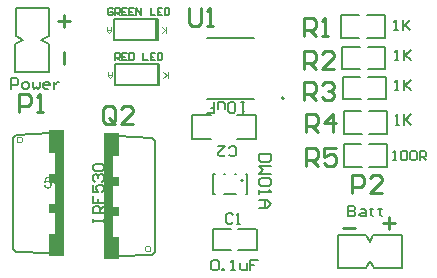
<source format=gto>
G04*
G04 #@! TF.GenerationSoftware,Altium Limited,Altium Designer,23.8.1 (32)*
G04*
G04 Layer_Color=65535*
%FSLAX44Y44*%
%MOMM*%
G71*
G04*
G04 #@! TF.SameCoordinates,28D0BBF9-8047-43AB-9FF1-3D26A4D0E5B6*
G04*
G04*
G04 #@! TF.FilePolarity,Positive*
G04*
G01*
G75*
%ADD10C,0.0000*%
%ADD11C,0.2000*%
%ADD12C,0.1270*%
%ADD13C,0.1524*%
%ADD14C,0.2540*%
%ADD15C,0.1300*%
%ADD16C,0.1500*%
%ADD17C,0.1016*%
%ADD18C,0.1700*%
%ADD19R,0.2540X1.7780*%
G36*
X332740Y1050290D02*
X320040D01*
Y1069340D01*
X325120D01*
Y1087120D01*
X320040D01*
Y1094740D01*
X325120D01*
Y1110132D01*
X324221Y1112520D01*
X322287D01*
X322334Y1112416D01*
X322419Y1112247D01*
X322489Y1112050D01*
X322560Y1111852D01*
X322616Y1111641D01*
X322658Y1111401D01*
X322686Y1111162D01*
X322701Y1110908D01*
Y1110894D01*
Y1110852D01*
Y1110781D01*
X322686Y1110682D01*
X322672Y1110570D01*
X322658Y1110443D01*
X322630Y1110288D01*
X322602Y1110133D01*
X322517Y1109766D01*
X322376Y1109385D01*
X322292Y1109188D01*
X322179Y1109005D01*
X322066Y1108807D01*
X321925Y1108624D01*
X321911Y1108610D01*
X321883Y1108568D01*
X321827Y1108511D01*
X321756Y1108441D01*
X321657Y1108356D01*
X321545Y1108243D01*
X321404Y1108145D01*
X321249Y1108032D01*
X321079Y1107919D01*
X320882Y1107821D01*
X320671Y1107722D01*
X320445Y1107623D01*
X320205Y1107553D01*
X319937Y1107496D01*
X319656Y1107454D01*
X319359Y1107440D01*
X319233D01*
X319134Y1107454D01*
X319021Y1107468D01*
X318894Y1107482D01*
X318739Y1107496D01*
X318584Y1107539D01*
X318232Y1107623D01*
X317879Y1107750D01*
X317696Y1107835D01*
X317513Y1107933D01*
X317344Y1108046D01*
X317174Y1108173D01*
X317160Y1108187D01*
X317132Y1108201D01*
X317104Y1108258D01*
X317048Y1108314D01*
X316977Y1108384D01*
X316907Y1108469D01*
X316822Y1108582D01*
X316752Y1108709D01*
X316667Y1108836D01*
X316582Y1108991D01*
X316427Y1109329D01*
X316301Y1109724D01*
X316258Y1109935D01*
X316230Y1110161D01*
X317485Y1110259D01*
Y1110245D01*
Y1110217D01*
X317499Y1110175D01*
X317513Y1110104D01*
X317555Y1109949D01*
X317612Y1109738D01*
X317696Y1109526D01*
X317809Y1109287D01*
X317950Y1109075D01*
X318119Y1108878D01*
X318147Y1108864D01*
X318204Y1108807D01*
X318316Y1108737D01*
X318471Y1108652D01*
X318641Y1108568D01*
X318852Y1108497D01*
X319092Y1108441D01*
X319359Y1108427D01*
X319444D01*
X319501Y1108441D01*
X319670Y1108455D01*
X319867Y1108511D01*
X320107Y1108582D01*
X320346Y1108695D01*
X320600Y1108864D01*
X320713Y1108962D01*
X320826Y1109075D01*
X320840Y1109089D01*
X320854Y1109103D01*
X320882Y1109146D01*
X320924Y1109188D01*
X321023Y1109343D01*
X321136Y1109540D01*
X321234Y1109780D01*
X321333Y1110076D01*
X321404Y1110429D01*
X321432Y1110612D01*
Y1110809D01*
Y1110823D01*
Y1110852D01*
Y1110908D01*
X321418Y1110978D01*
Y1111063D01*
X321404Y1111162D01*
X321361Y1111387D01*
X321291Y1111655D01*
X321192Y1111923D01*
X321051Y1112177D01*
X320854Y1112416D01*
Y1112430D01*
X320826Y1112444D01*
X320755Y1112515D01*
X320749Y1112520D01*
X320040D01*
Y1112900D01*
X319980Y1112924D01*
X319684Y1112994D01*
X319515Y1113022D01*
X319247D01*
X319134Y1113008D01*
X318993Y1112994D01*
X318824Y1112952D01*
X318655Y1112910D01*
X318471Y1112839D01*
X318288Y1112755D01*
X318274Y1112740D01*
X318218Y1112712D01*
X318133Y1112642D01*
X318020Y1112571D01*
X317908Y1112473D01*
X317795Y1112346D01*
X317668Y1112219D01*
X317569Y1112064D01*
X316441Y1112219D01*
X317386Y1117237D01*
X320040D01*
Y1120140D01*
X325120D01*
Y1137920D01*
X320040D01*
Y1156970D01*
X332740D01*
Y1050290D01*
D02*
G37*
G36*
X379730Y1135380D02*
X374650D01*
Y1117600D01*
X379730D01*
Y1109980D01*
X374650D01*
Y1092200D01*
X379730D01*
Y1084580D01*
X374650D01*
Y1066800D01*
X379730D01*
Y1047750D01*
X367030D01*
Y1154430D01*
X379730D01*
Y1135380D01*
D02*
G37*
%LPC*%
G36*
X320040Y1116096D02*
X318330D01*
X317809Y1113459D01*
X317823Y1113474D01*
X317851Y1113488D01*
X317893Y1113516D01*
X317964Y1113558D01*
X318048Y1113600D01*
X318147Y1113657D01*
X318373Y1113770D01*
X318655Y1113882D01*
X318965Y1113981D01*
X319303Y1114052D01*
X319472Y1114080D01*
X319782D01*
X319867Y1114066D01*
X319980Y1114052D01*
X320040Y1114045D01*
Y1116096D01*
D02*
G37*
%LPD*%
D10*
X406654Y1056132D02*
G03*
X406654Y1056132I-2540J0D01*
G01*
X298196Y1148588D02*
G03*
X298196Y1148588I-2540J0D01*
G01*
D11*
X519160Y1183990D02*
G03*
X519160Y1183990I-1000J0D01*
G01*
X485645Y1180518D02*
X482646D01*
X484145D01*
Y1171522D01*
X485645Y1173021D01*
X478147D02*
X476648Y1171522D01*
X473649D01*
X472149Y1173021D01*
Y1179019D01*
X473649Y1180518D01*
X476648D01*
X478147Y1179019D01*
Y1173021D01*
X469150Y1174520D02*
Y1179019D01*
X467651Y1180518D01*
X463152D01*
Y1174520D01*
X454155Y1171522D02*
X460153D01*
Y1176020D01*
X457154D01*
X460153D01*
Y1180518D01*
D12*
X484710Y1114250D02*
G03*
X484710Y1114250I-1000J0D01*
G01*
X564896Y1040130D02*
Y1068070D01*
Y1040130D02*
X588684D01*
X591819Y1046400D01*
X595081Y1039876D01*
X618744D01*
X594954Y1068070D02*
X618744D01*
X591819Y1061800D02*
X594954Y1068070D01*
X588684D02*
X591819Y1061800D01*
X564896Y1068070D02*
X588684D01*
X618744Y1039876D02*
Y1068070D01*
X292100Y1260094D02*
X320040D01*
X292100Y1236306D02*
Y1260094D01*
Y1236306D02*
X298370Y1233171D01*
X291846Y1229909D02*
X298370Y1233171D01*
X291846Y1206246D02*
Y1229909D01*
X320040Y1206246D02*
Y1230036D01*
X313770Y1233171D02*
X320040Y1230036D01*
X313770Y1233171D02*
X320040Y1236306D01*
Y1260094D01*
X291846Y1206246D02*
X320040D01*
X591313Y1125729D02*
X606299D01*
X591313Y1145033D02*
X606299D01*
Y1125729D02*
Y1145033D01*
X569723D02*
X584455D01*
X569723Y1125729D02*
Y1145033D01*
Y1125729D02*
X584963D01*
X453710Y1234540D02*
X493710D01*
X453710Y1183540D02*
X493710D01*
X591313Y1153669D02*
X606299D01*
X591313Y1172973D02*
X606299D01*
Y1153669D02*
Y1172973D01*
X569723D02*
X584455D01*
X569723Y1153669D02*
Y1172973D01*
Y1153669D02*
X584963D01*
X568453Y1208279D02*
X583693D01*
X568453D02*
Y1227583D01*
X583185D01*
X605029Y1208279D02*
Y1227583D01*
X590043D02*
X605029D01*
X590043Y1208279D02*
X605029D01*
X567792Y1234948D02*
X583032D01*
X567792D02*
Y1254252D01*
X582524D01*
X604368Y1234948D02*
Y1254252D01*
X589382D02*
X604368D01*
X589382Y1234948D02*
X604368D01*
X441328Y1169620D02*
X457837D01*
X441328Y1149300D02*
X457837D01*
X479427D02*
X495938D01*
X479427Y1169620D02*
X495938D01*
X441328Y1149300D02*
Y1169620D01*
X495938Y1149300D02*
Y1169620D01*
X412305Y1233171D02*
Y1250951D01*
X375180Y1233171D02*
X412305D01*
X375180D02*
Y1250951D01*
X412305D01*
X413575Y1195071D02*
Y1212851D01*
X376450Y1195071D02*
X413575D01*
X376450D02*
Y1212851D01*
X413575D01*
X569062Y1182878D02*
X584302D01*
X569062D02*
Y1202182D01*
X583794D01*
X605638Y1182878D02*
Y1202182D01*
X590652D02*
X605638D01*
X590652Y1182878D02*
X605638D01*
X458724Y1072896D02*
X474726D01*
X480060D02*
X495808D01*
X495996Y1055624D02*
Y1072896D01*
X480314Y1055624D02*
X495808D01*
X458724D02*
X474472D01*
X458724D02*
Y1072896D01*
D13*
X378460Y1050290D02*
X407670Y1051560D01*
X378460Y1151890D02*
X407670Y1150620D01*
Y1051560D02*
X410210Y1054100D01*
Y1148080D01*
X407670Y1150620D02*
X410210Y1148080D01*
X292100Y1153160D02*
X321310Y1154430D01*
X292100Y1054100D02*
X321310Y1052830D01*
X289560Y1150620D02*
X292100Y1153160D01*
X289560Y1056640D02*
Y1150620D01*
Y1056640D02*
X292100Y1054100D01*
X459490Y1103150D02*
Y1119350D01*
X487930Y1103150D02*
Y1119350D01*
X468490Y1103150D02*
X478930D01*
X477990Y1119350D02*
X478930D01*
X468490D02*
X469430D01*
X486990D02*
X487930D01*
X459490D02*
X460430D01*
X459490Y1103150D02*
X460430D01*
X486990D02*
X487930D01*
D14*
X536552Y1236981D02*
Y1252216D01*
X544170D01*
X546709Y1249677D01*
Y1244599D01*
X544170Y1242060D01*
X536552D01*
X541631D02*
X546709Y1236981D01*
X551787D02*
X556866D01*
X554327D01*
Y1252216D01*
X551787Y1249677D01*
X375917Y1164589D02*
Y1174746D01*
X373377Y1177285D01*
X368299D01*
X365760Y1174746D01*
Y1164589D01*
X368299Y1162050D01*
X373377D01*
X370838Y1167128D02*
X375917Y1162050D01*
X373377D02*
X375917Y1164589D01*
X391152Y1162050D02*
X380995D01*
X391152Y1172207D01*
Y1174746D01*
X388613Y1177285D01*
X383534D01*
X380995Y1174746D01*
X576584Y1103633D02*
Y1118867D01*
X584202D01*
X586741Y1116328D01*
Y1111250D01*
X584202Y1108711D01*
X576584D01*
X601976Y1103633D02*
X591819D01*
X601976Y1113789D01*
Y1116328D01*
X599437Y1118867D01*
X594358D01*
X591819Y1116328D01*
X294643Y1172213D02*
Y1187448D01*
X302261D01*
X304800Y1184908D01*
Y1179830D01*
X302261Y1177291D01*
X294643D01*
X309878Y1172213D02*
X314957D01*
X312418D01*
Y1187448D01*
X309878Y1184908D01*
X537875Y1126493D02*
Y1141728D01*
X545493D01*
X548032Y1139189D01*
Y1134111D01*
X545493Y1131572D01*
X537875D01*
X542953D02*
X548032Y1126493D01*
X563267Y1141728D02*
X553110D01*
Y1134111D01*
X558188Y1136650D01*
X560728D01*
X563267Y1134111D01*
Y1129033D01*
X560728Y1126493D01*
X555649D01*
X553110Y1129033D01*
X438912Y1260089D02*
Y1247393D01*
X441451Y1244854D01*
X446530D01*
X449069Y1247393D01*
Y1260089D01*
X454147Y1244854D02*
X459225D01*
X456686D01*
Y1260089D01*
X454147Y1257550D01*
X537875Y1155703D02*
Y1170938D01*
X545493D01*
X548032Y1168399D01*
Y1163321D01*
X545493Y1160782D01*
X537875D01*
X542953D02*
X548032Y1155703D01*
X560728D02*
Y1170938D01*
X553110Y1163321D01*
X563267D01*
X327660Y1249682D02*
X337817D01*
X332738Y1244603D02*
Y1254760D01*
X332740Y1223010D02*
Y1212853D01*
X568960Y1074420D02*
X579117D01*
X608328Y1073150D02*
Y1083307D01*
X613407Y1078228D02*
X603250D01*
X535944Y1209043D02*
Y1224277D01*
X543562D01*
X546101Y1221738D01*
Y1216660D01*
X543562Y1214121D01*
X535944D01*
X541022D02*
X546101Y1209043D01*
X561336D02*
X551179D01*
X561336Y1219199D01*
Y1221738D01*
X558797Y1224277D01*
X553718D01*
X551179Y1221738D01*
X535944Y1182373D02*
Y1197607D01*
X543562D01*
X546101Y1195068D01*
Y1189990D01*
X543562Y1187451D01*
X535944D01*
X541022D02*
X546101Y1182373D01*
X551179Y1195068D02*
X553718Y1197607D01*
X558797D01*
X561336Y1195068D01*
Y1192529D01*
X558797Y1189990D01*
X556258D01*
X558797D01*
X561336Y1187451D01*
Y1184912D01*
X558797Y1182373D01*
X553718D01*
X551179Y1184912D01*
D15*
X612351Y1241370D02*
X615350D01*
X613851D01*
Y1250368D01*
X612351Y1248868D01*
X619849Y1250368D02*
Y1241370D01*
Y1244370D01*
X625847Y1250368D01*
X621348Y1245869D01*
X625847Y1241370D01*
X611505Y1131382D02*
X614171D01*
X612838D01*
Y1139380D01*
X611505Y1138047D01*
X618170D02*
X619503Y1139380D01*
X622169D01*
X623502Y1138047D01*
Y1132715D01*
X622169Y1131382D01*
X619503D01*
X618170Y1132715D01*
Y1138047D01*
X626167D02*
X627500Y1139380D01*
X630166D01*
X631499Y1138047D01*
Y1132715D01*
X630166Y1131382D01*
X627500D01*
X626167Y1132715D01*
Y1138047D01*
X634165Y1131382D02*
Y1139380D01*
X638163D01*
X639496Y1138047D01*
Y1135381D01*
X638163Y1134048D01*
X634165D01*
X636830D02*
X639496Y1131382D01*
X613673Y1161362D02*
X616672D01*
X615173D01*
Y1170359D01*
X613673Y1168860D01*
X621171Y1170359D02*
Y1161362D01*
Y1164361D01*
X627169Y1170359D01*
X622670Y1165861D01*
X627169Y1161362D01*
X613012Y1215972D02*
X616011D01*
X614512D01*
Y1224968D01*
X613012Y1223469D01*
X620510Y1224968D02*
Y1215972D01*
Y1218970D01*
X626508Y1224968D01*
X622009Y1220470D01*
X626508Y1215972D01*
X613012Y1190572D02*
X616011D01*
X614512D01*
Y1199568D01*
X613012Y1198069D01*
X620510Y1199568D02*
Y1190572D01*
Y1193570D01*
X626508Y1199568D01*
X622009Y1195070D01*
X626508Y1190572D01*
X374247Y1259299D02*
X373247Y1260299D01*
X371248D01*
X370248Y1259299D01*
Y1255301D01*
X371248Y1254301D01*
X373247D01*
X374247Y1255301D01*
Y1257300D01*
X372248D01*
X376246Y1254301D02*
Y1260299D01*
X379245D01*
X380245Y1259299D01*
Y1257300D01*
X379245Y1256300D01*
X376246D01*
X378246D02*
X380245Y1254301D01*
X386243Y1260299D02*
X382244D01*
Y1254301D01*
X386243D01*
X382244Y1257300D02*
X384244D01*
X392241Y1260299D02*
X388243D01*
Y1254301D01*
X392241D01*
X388243Y1257300D02*
X390242D01*
X394241Y1254301D02*
Y1260299D01*
X398239Y1254301D01*
Y1260299D01*
X406237D02*
Y1254301D01*
X410235D01*
X416233Y1260299D02*
X412235D01*
Y1254301D01*
X416233D01*
X412235Y1257300D02*
X414234D01*
X418233Y1260299D02*
Y1254301D01*
X421232D01*
X422232Y1255301D01*
Y1259299D01*
X421232Y1260299D01*
X418233D01*
X376246Y1216201D02*
Y1222199D01*
X379245D01*
X380245Y1221199D01*
Y1219200D01*
X379245Y1218200D01*
X376246D01*
X378246D02*
X380245Y1216201D01*
X386243Y1222199D02*
X382244D01*
Y1216201D01*
X386243D01*
X382244Y1219200D02*
X384244D01*
X388243Y1222199D02*
Y1216201D01*
X391242D01*
X392241Y1217201D01*
Y1221199D01*
X391242Y1222199D01*
X388243D01*
X400239D02*
Y1216201D01*
X404237D01*
X410235Y1222199D02*
X406237D01*
Y1216201D01*
X410235D01*
X406237Y1219200D02*
X408236D01*
X412235Y1222199D02*
Y1216201D01*
X415234D01*
X416233Y1217201D01*
Y1221199D01*
X415234Y1222199D01*
X412235D01*
D16*
X573765Y1092888D02*
Y1083892D01*
X578263D01*
X579763Y1085391D01*
Y1086890D01*
X578263Y1088390D01*
X573765D01*
X578263D01*
X579763Y1089890D01*
Y1091389D01*
X578263Y1092888D01*
X573765D01*
X584261Y1089890D02*
X587260D01*
X588760Y1088390D01*
Y1083892D01*
X584261D01*
X582762Y1085391D01*
X584261Y1086890D01*
X588760D01*
X593258Y1091389D02*
Y1089890D01*
X591759D01*
X594758D01*
X593258D01*
Y1085391D01*
X594758Y1083892D01*
X600756Y1091389D02*
Y1089890D01*
X599256D01*
X602255D01*
X600756D01*
Y1085391D01*
X602255Y1083892D01*
X288367Y1191842D02*
Y1200838D01*
X292865D01*
X294365Y1199339D01*
Y1196340D01*
X292865Y1194840D01*
X288367D01*
X298863Y1191842D02*
X301862D01*
X303362Y1193341D01*
Y1196340D01*
X301862Y1197840D01*
X298863D01*
X297364Y1196340D01*
Y1193341D01*
X298863Y1191842D01*
X306361Y1197840D02*
Y1193341D01*
X307860Y1191842D01*
X309360Y1193341D01*
X310859Y1191842D01*
X312359Y1193341D01*
Y1197840D01*
X319856Y1191842D02*
X316857D01*
X315358Y1193341D01*
Y1196340D01*
X316857Y1197840D01*
X319856D01*
X321356Y1196340D01*
Y1194840D01*
X315358D01*
X324355Y1197840D02*
Y1191842D01*
Y1194840D01*
X325854Y1196340D01*
X327354Y1197840D01*
X328853D01*
X357452Y1078888D02*
Y1081887D01*
Y1080387D01*
X366449D01*
Y1078888D01*
Y1081887D01*
Y1086386D02*
X357452D01*
Y1090884D01*
X358951Y1092384D01*
X361950D01*
X363450Y1090884D01*
Y1086386D01*
Y1089385D02*
X366449Y1092384D01*
X357452Y1101381D02*
Y1095383D01*
X361950D01*
Y1098382D01*
Y1095383D01*
X366449D01*
X357452Y1110378D02*
Y1104380D01*
X361950D01*
X360451Y1107379D01*
Y1108878D01*
X361950Y1110378D01*
X364949D01*
X366449Y1108878D01*
Y1105879D01*
X364949Y1104380D01*
X358951Y1113377D02*
X357452Y1114876D01*
Y1117875D01*
X358951Y1119375D01*
X360451D01*
X361950Y1117875D01*
Y1116376D01*
Y1117875D01*
X363450Y1119375D01*
X364949D01*
X366449Y1117875D01*
Y1114876D01*
X364949Y1113377D01*
X358951Y1122374D02*
X357452Y1123873D01*
Y1126872D01*
X358951Y1128372D01*
X364949D01*
X366449Y1126872D01*
Y1123873D01*
X364949Y1122374D01*
X358951D01*
X507918Y1136283D02*
X497922D01*
Y1131284D01*
X499588Y1129618D01*
X506252D01*
X507918Y1131284D01*
Y1136283D01*
Y1126286D02*
X497922D01*
X501254Y1122954D01*
X497922Y1119621D01*
X507918D01*
X506252Y1116289D02*
X507918Y1114623D01*
Y1111291D01*
X506252Y1109625D01*
X499588D01*
X497922Y1111291D01*
Y1114623D01*
X499588Y1116289D01*
X506252D01*
X497922Y1106292D02*
Y1102960D01*
Y1104626D01*
X507918D01*
X506252Y1106292D01*
X497922Y1097962D02*
X504586D01*
X507918Y1094630D01*
X504586Y1091297D01*
X497922D01*
X502920D01*
Y1097962D01*
D17*
X372555Y1243811D02*
Y1240425D01*
X370862Y1238733D01*
X369169Y1240425D01*
Y1243811D01*
Y1241272D01*
X372555D01*
X419680Y1238975D02*
Y1244561D01*
Y1242699D01*
X415956Y1238975D01*
X418749Y1241768D01*
X415956Y1244561D01*
X373825Y1205711D02*
Y1202325D01*
X372132Y1200632D01*
X370439Y1202325D01*
Y1205711D01*
Y1203172D01*
X373825D01*
X420950Y1200875D02*
Y1206461D01*
Y1204599D01*
X417226Y1200875D01*
X420019Y1203668D01*
X417226Y1206461D01*
D18*
X472669Y1136191D02*
X474169Y1134691D01*
X477168D01*
X478668Y1136191D01*
Y1142189D01*
X477168Y1143689D01*
X474169D01*
X472669Y1142189D01*
X463672Y1143689D02*
X469670D01*
X463672Y1137691D01*
Y1136191D01*
X465172Y1134691D01*
X468171D01*
X469670Y1136191D01*
X476089Y1085038D02*
X474589Y1086537D01*
X471590D01*
X470091Y1085038D01*
Y1079040D01*
X471590Y1077540D01*
X474589D01*
X476089Y1079040D01*
X479088Y1077540D02*
X482087D01*
X480588D01*
Y1086537D01*
X479088Y1085038D01*
X457865Y1045668D02*
X459365Y1047168D01*
X462364D01*
X463863Y1045668D01*
Y1039670D01*
X462364Y1038170D01*
X459365D01*
X457865Y1039670D01*
Y1045668D01*
X466862Y1038170D02*
Y1039670D01*
X468362D01*
Y1038170D01*
X466862D01*
X474360D02*
X477359D01*
X475859D01*
Y1047168D01*
X474360Y1045668D01*
X481857Y1044168D02*
Y1039670D01*
X483357Y1038170D01*
X487856D01*
Y1044168D01*
X496853Y1047168D02*
X490855D01*
Y1042669D01*
X493854D01*
X490855D01*
Y1038170D01*
D19*
X411035Y1242061D02*
D03*
X412305Y1203961D02*
D03*
M02*

</source>
